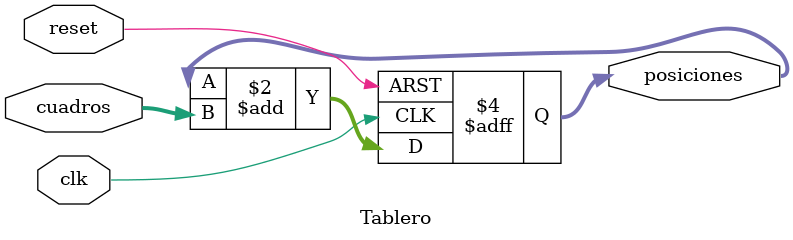
<source format=v>
`timescale 1ns / 1ps
module Tablero(
		input clk,reset,
		input [8:0]cuadros,
		output reg [8:0]posiciones=0
    );
	
	always@(negedge clk , posedge reset)
	if(reset)
		posiciones<=9'b0;
	else
		posiciones<= posiciones + cuadros;
	
	
endmodule

</source>
